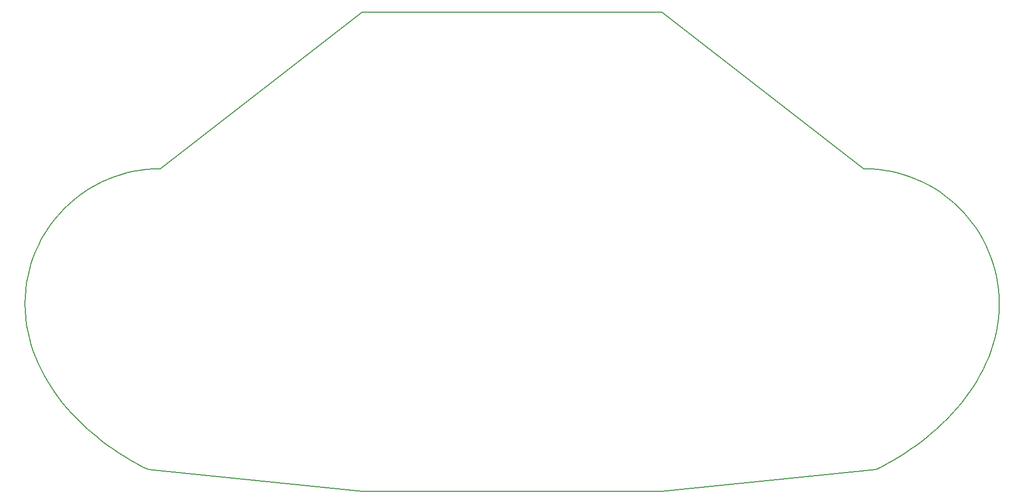
<source format=gbr>
%TF.GenerationSoftware,KiCad,Pcbnew,8.0.5*%
%TF.CreationDate,2024-09-28T10:39:20+08:00*%
%TF.ProjectId,ColecoVisionController,436f6c65-636f-4566-9973-696f6e436f6e,rev?*%
%TF.SameCoordinates,Original*%
%TF.FileFunction,Profile,NP*%
%FSLAX46Y46*%
G04 Gerber Fmt 4.6, Leading zero omitted, Abs format (unit mm)*
G04 Created by KiCad (PCBNEW 8.0.5) date 2024-09-28 10:39:20*
%MOMM*%
%LPD*%
G01*
G04 APERTURE LIST*
%TA.AperFunction,Profile*%
%ADD10C,0.200000*%
%TD*%
%ADD11C,0.200000*%
G04 APERTURE END LIST*
D10*
X166986000Y-135352300D02*
X116986000Y-135352300D01*
D11*
X202699300Y-131734100D02*
X203681677Y-131240637D01*
X204660014Y-130718360D01*
X205632533Y-130167752D01*
X206597452Y-129589295D01*
X207552990Y-128983473D01*
X208497369Y-128350769D01*
X209428806Y-127691667D01*
X210345523Y-127006650D01*
X211245738Y-126296200D01*
X212127672Y-125560802D01*
X212989544Y-124800938D01*
X213829573Y-124017092D01*
X214645980Y-123209747D01*
X215436984Y-122379386D01*
X216200805Y-121526492D01*
X216935662Y-120651550D01*
X217639775Y-119755041D01*
X218311365Y-118837449D01*
X218948649Y-117899258D01*
X219549849Y-116940951D01*
X220113184Y-115963011D01*
X220636874Y-114965921D01*
X221119137Y-113950164D01*
X221558195Y-112916225D01*
X221952266Y-111864585D01*
X222299571Y-110795728D01*
X222598328Y-109710138D01*
X222846758Y-108608298D01*
X223043081Y-107490691D01*
X223185515Y-106357800D01*
X223272282Y-105210108D01*
X223301600Y-104048100D01*
D10*
X83248200Y-81470300D02*
X116986000Y-55358000D01*
X116986000Y-55358000D02*
X166986000Y-55358000D01*
X116986000Y-135352300D02*
X81272700Y-131734100D01*
X200723800Y-81470300D02*
X166986000Y-55358000D01*
D11*
X81272700Y-131734100D02*
X80290322Y-131240637D01*
X79311985Y-130718360D01*
X78339466Y-130167752D01*
X77374547Y-129589295D01*
X76419009Y-128983473D01*
X75474630Y-128350769D01*
X74543193Y-127691667D01*
X73626476Y-127006650D01*
X72726261Y-126296200D01*
X71844327Y-125560802D01*
X70982455Y-124800938D01*
X70142426Y-124017092D01*
X69326019Y-123209747D01*
X68535015Y-122379386D01*
X67771194Y-121526492D01*
X67036337Y-120651550D01*
X66332224Y-119755041D01*
X65660634Y-118837449D01*
X65023350Y-117899258D01*
X64422150Y-116940951D01*
X63858815Y-115963011D01*
X63335125Y-114965921D01*
X62852862Y-113950164D01*
X62413804Y-112916225D01*
X62019733Y-111864585D01*
X61672428Y-110795728D01*
X61373671Y-109710138D01*
X61125241Y-108608298D01*
X60928918Y-107490691D01*
X60786484Y-106357800D01*
X60699717Y-105210108D01*
X60670400Y-104048100D01*
X60670400Y-104048100D02*
X60699778Y-102886247D01*
X60786966Y-101739646D01*
X60930546Y-100609717D01*
X61129099Y-99497878D01*
X61381207Y-98405547D01*
X61685451Y-97334143D01*
X62040412Y-96285085D01*
X62444671Y-95259790D01*
X62896811Y-94259678D01*
X63395413Y-93286168D01*
X63939057Y-92340678D01*
X64526326Y-91424626D01*
X65155801Y-90539431D01*
X65826063Y-89686512D01*
X66535694Y-88867287D01*
X67283275Y-88083175D01*
X68067387Y-87335594D01*
X68886612Y-86625963D01*
X69739531Y-85955701D01*
X70624726Y-85326226D01*
X71540778Y-84738957D01*
X72486268Y-84195313D01*
X73459778Y-83696711D01*
X74459890Y-83244571D01*
X75485185Y-82840312D01*
X76534243Y-82485351D01*
X77605647Y-82181107D01*
X78697978Y-81928999D01*
X79809817Y-81730446D01*
X80939746Y-81586866D01*
X82086347Y-81499678D01*
X83248200Y-81470300D01*
D10*
X166986000Y-135352300D02*
X202699300Y-131734100D01*
D11*
X223301600Y-104048100D02*
X223272221Y-102886247D01*
X223185033Y-101739646D01*
X223041453Y-100609717D01*
X222842900Y-99497878D01*
X222590792Y-98405547D01*
X222286548Y-97334143D01*
X221931587Y-96285085D01*
X221527328Y-95259790D01*
X221075188Y-94259678D01*
X220576586Y-93286168D01*
X220032942Y-92340678D01*
X219445673Y-91424626D01*
X218816198Y-90539431D01*
X218145936Y-89686512D01*
X217436305Y-88867287D01*
X216688725Y-88083175D01*
X215904612Y-87335594D01*
X215085387Y-86625963D01*
X214232468Y-85955701D01*
X213347273Y-85326226D01*
X212431221Y-84738957D01*
X211485731Y-84195313D01*
X210512221Y-83696711D01*
X209512109Y-83244571D01*
X208486814Y-82840312D01*
X207437756Y-82485351D01*
X206366352Y-82181107D01*
X205274021Y-81928999D01*
X204162182Y-81730446D01*
X203032253Y-81586866D01*
X201885652Y-81499678D01*
X200723800Y-81470300D01*
M02*

</source>
